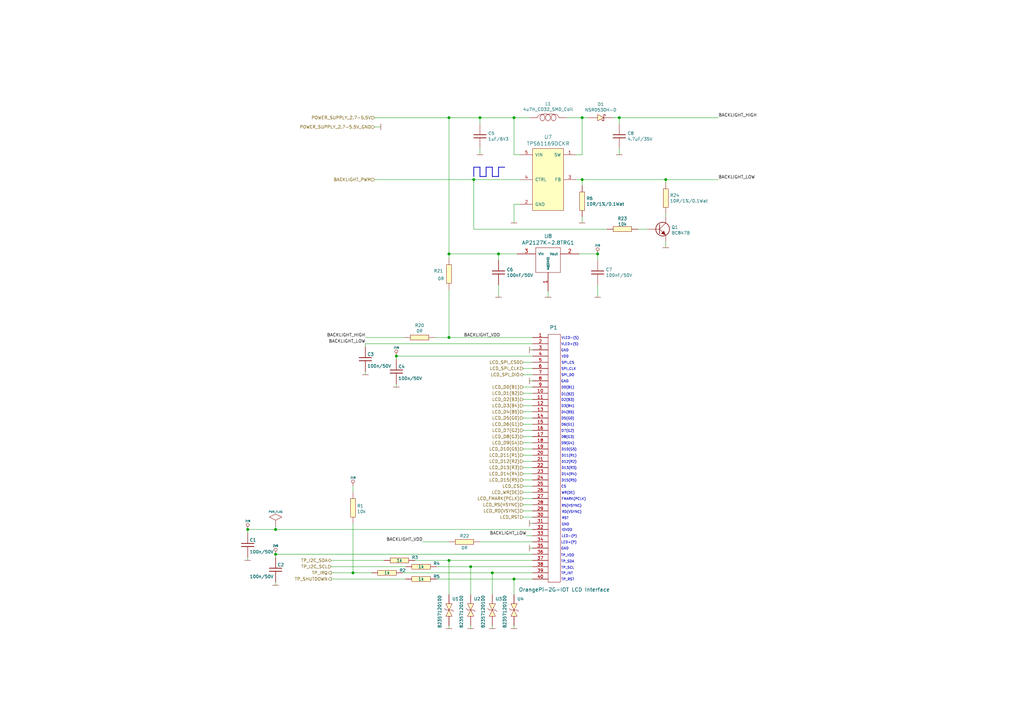
<source format=kicad_sch>
(kicad_sch (version 20210406) (generator eeschema)
  (paper "A3")
  (title_block (title "Orange Pi 2G-IOT LCD Display") (date "2021-04-14") (rev "V1.0") (company "Embedded System Labs"))
  (lib_symbols
    (symbol "Capacitors_Smd0603:100n" (pin_numbers hide) (pin_names (offset 0.254))
      (property "Reference" "C" (at 1.27 2.54 0))
      (property "Value" "100n" (at 1.27 -2.54 0))
      (symbol "100n_0_1"
        (polyline (pts (xy 2.54 -0.635) (xy -2.54 -0.635) (xy -2.54 -0.635)) (stroke (width 0.3048)))
        (polyline (pts (xy 2.54 0.635) (xy -2.54 0.635) (xy -2.54 0.635)) (stroke (width 0.3048)))
      )
      (symbol "100n_1_1"
        (pin passive line (at 0 5.08 270) (length 4.4704) (name "~") (number "1"))
        (pin passive line (at 0 -5.08 90) (length 4.4704) (name "~") (number "2"))
      )
    )
    (symbol "Capacitors_Smd0603:1uF_0603" (pin_numbers hide) (pin_names (offset 1.016) hide)
      (property "Reference" "C" (at 2.54 2.54 0))
      (property "Value" "1uF_0603" (at 6.35 -2.54 0))
      (symbol "1uF_0603_0_1"
        (polyline (pts (xy 2.54 -0.635) (xy -2.54 -0.635) (xy -2.54 -0.635)) (stroke (width 0.3048)))
        (polyline (pts (xy 2.54 0.635) (xy -2.54 0.635) (xy -2.54 0.635)) (stroke (width 0.3048)))
      )
      (symbol "1uF_0603_1_1"
        (pin passive line (at 0 5.08 270) (length 4.4704) (name "~") (number "1"))
        (pin passive line (at 0 -5.08 90) (length 4.4704) (name "~") (number "2"))
      )
    )
    (symbol "Capacitors_Smd0603:4.7uF" (pin_numbers hide) (pin_names (offset 0.254))
      (property "Reference" "C" (at 1.27 2.54 0))
      (property "Value" "4.7uF" (at 1.27 -2.54 0))
      (symbol "4.7uF_0_1"
        (polyline (pts (xy 2.54 -0.635) (xy -2.54 -0.635) (xy -2.54 -0.635)) (stroke (width 0.3048)))
        (polyline (pts (xy 2.54 0.635) (xy -2.54 0.635) (xy -2.54 0.635)) (stroke (width 0.3048)))
      )
      (symbol "4.7uF_1_1"
        (pin passive line (at 0 5.08 270) (length 4.4704) (name "~") (number "1"))
        (pin passive line (at 0 -5.08 90) (length 4.4704) (name "~") (number "2"))
      )
    )
    (symbol "Diodes:NSR0530H-D" (pin_numbers hide) (pin_names (offset 1.016) hide)
      (property "Reference" "D" (at 0 5.08 0))
      (property "Value" "NSR0530H-D" (at 0 2.54 0))
      (symbol "NSR0530H-D_1_1"
        (polyline (pts (xy -1.27 1.27) (xy -1.27 -1.27)))
        (polyline (pts (xy 1.905 0.635) (xy 1.905 1.27) (xy 1.27 1.27) (xy 1.27 -1.27) (xy 0.635 -1.27) (xy 0.635 -0.635)) (stroke (width 0.2032)))
        (polyline (pts (xy -1.27 1.27) (xy 1.27 0) (xy -1.27 -1.27)) (fill (type background)))
        (pin passive line (at 5.08 0 180) (length 3.81) (name "K") (number "1"))
        (pin passive line (at -5.08 0 0) (length 3.81) (name "A") (number "2"))
      )
    )
    (symbol "Fpc_Connectors:40pin_fpc_0_5mm" (pin_names (offset 1.016) hide)
      (property "Reference" "P" (at 1.27 -11.43 90))
      (property "Value" "40pin_fpc_0_5mm" (at 3.81 -11.43 90))
      (property "Datasheet" "Connectors/Fpc_Connectors/Components_Documentation/HTB1E.pdf" (at 2.54 38.1 0))
      (symbol "40pin_fpc_0_5mm_0_1"
        (rectangle (start 0 50.8) (end 5.08 -50.8))
      )
      (symbol "40pin_fpc_0_5mm_1_1"
        (pin passive line (at -6.35 49.53 0) (length 6.35) (name "P1") (number "1"))
        (pin passive line (at -6.35 26.67 0) (length 6.35) (name "P10") (number "10"))
        (pin passive line (at -6.35 24.13 0) (length 6.35) (name "P1") (number "11"))
        (pin passive line (at -6.35 21.59 0) (length 6.35) (name "P2") (number "12"))
        (pin passive line (at -6.35 19.05 0) (length 6.35) (name "P3") (number "13"))
        (pin passive line (at -6.35 16.51 0) (length 6.35) (name "P4") (number "14"))
        (pin passive line (at -6.35 13.97 0) (length 6.35) (name "P5") (number "15"))
        (pin passive line (at -6.35 11.43 0) (length 6.35) (name "P6") (number "16"))
        (pin passive line (at -6.35 8.89 0) (length 6.35) (name "P7") (number "17"))
        (pin passive line (at -6.35 6.35 0) (length 6.35) (name "P8") (number "18"))
        (pin passive line (at -6.35 3.81 0) (length 6.35) (name "P9") (number "19"))
        (pin passive line (at -6.35 46.99 0) (length 6.35) (name "P2") (number "2"))
        (pin passive line (at -6.35 1.27 0) (length 6.35) (name "P10") (number "20"))
        (pin passive line (at -6.35 -1.27 0) (length 6.35) (name "P1") (number "21"))
        (pin passive line (at -6.35 -3.81 0) (length 6.35) (name "P2") (number "22"))
        (pin passive line (at -6.35 -6.35 0) (length 6.35) (name "P3") (number "23"))
        (pin passive line (at -6.35 -8.89 0) (length 6.35) (name "P4") (number "24"))
        (pin passive line (at -6.35 -11.43 0) (length 6.35) (name "P5") (number "25"))
        (pin passive line (at -6.35 -13.97 0) (length 6.35) (name "P6") (number "26"))
        (pin passive line (at -6.35 -16.51 0) (length 6.35) (name "P7") (number "27"))
        (pin passive line (at -6.35 -19.05 0) (length 6.35) (name "P8") (number "28"))
        (pin passive line (at -6.35 -21.59 0) (length 6.35) (name "P9") (number "29"))
        (pin passive line (at -6.35 44.45 0) (length 6.35) (name "P3") (number "3"))
        (pin passive line (at -6.35 -24.13 0) (length 6.35) (name "P10") (number "30"))
        (pin passive line (at -6.35 -26.67 0) (length 6.35) (name "P1") (number "31"))
        (pin passive line (at -6.35 -29.21 0) (length 6.35) (name "P2") (number "32"))
        (pin passive line (at -6.35 -31.75 0) (length 6.35) (name "P3") (number "33"))
        (pin passive line (at -6.35 -34.29 0) (length 6.35) (name "P4") (number "34"))
        (pin passive line (at -6.35 -36.83 0) (length 6.35) (name "P5") (number "35"))
        (pin passive line (at -6.35 -39.37 0) (length 6.35) (name "P6") (number "36"))
        (pin passive line (at -6.35 -41.91 0) (length 6.35) (name "P7") (number "37"))
        (pin passive line (at -6.35 -44.45 0) (length 6.35) (name "P8") (number "38"))
        (pin passive line (at -6.35 -46.99 0) (length 6.35) (name "P9") (number "39"))
        (pin passive line (at -6.35 41.91 0) (length 6.35) (name "P4") (number "4"))
        (pin passive line (at -6.35 -49.53 0) (length 6.35) (name "P10") (number "40"))
        (pin passive line (at -6.35 39.37 0) (length 6.35) (name "P5") (number "5"))
        (pin passive line (at -6.35 36.83 0) (length 6.35) (name "P6") (number "6"))
        (pin passive line (at -6.35 34.29 0) (length 6.35) (name "P7") (number "7"))
        (pin passive line (at -6.35 31.75 0) (length 6.35) (name "P8") (number "8"))
        (pin passive line (at -6.35 29.21 0) (length 6.35) (name "P9") (number "9"))
      )
    )
    (symbol "Inductors:4u7H_CD32_SMD_Coil" (pin_numbers hide) (pin_names (offset 1.016) hide)
      (property "Reference" "L" (at 3.81 0 90))
      (property "Value" "4u7H_CD32_SMD_Coil" (at -2.54 0 90))
      (symbol "4u7H_CD32_SMD_Coil_1_1"
        (arc (start 1.3208 -2.413) (end 1.3208 0.127) (radius (at -2.4384 -1.143) (length 3.9624) (angles -18.7 18.7)))
        (arc (start 1.3208 -0.127) (end 1.3208 2.413) (radius (at -2.4384 1.143) (length 3.9624) (angles -18.7 18.7)))
        (arc (start -1.27 -2.032) (end -1.27 -2.54) (radius (at -0.635 -2.286) (length 0.6858) (angles 158.2 -158.2)))
        (arc (start -1.27 0.254) (end -1.27 -0.254) (radius (at -0.635 0) (length 0.6858) (angles 158.2 -158.2)))
        (arc (start -1.27 2.54) (end -1.27 2.032) (radius (at -0.635 2.286) (length 0.6858) (angles 158.2 -158.2)))
        (arc (start 1.3208 2.2098) (end 0 4.445) (radius (at -0.5334 2.6162) (length 1.905) (angles -12.4 73.7)))
        (arc (start 0 -4.445) (end 1.3208 -2.2606) (radius (at -0.3302 -2.7432) (length 1.7272) (angles -79 16.3)))
        (arc (start 1.27 -2.032) (end -1.27 -2.032) (radius (at 0 -2.667) (length 1.4224) (angles 26.6 153.4)))
        (arc (start -1.27 -2.54) (end 1.27 -2.54) (radius (at 0 -1.778) (length 1.4732) (angles -149 -31)))
        (arc (start 1.27 0.254) (end -1.27 0.254) (radius (at 0 -0.381) (length 1.4224) (angles 26.6 153.4)))
        (arc (start -1.27 -0.254) (end 1.27 -0.254) (radius (at 0 0.508) (length 1.4732) (angles -149 -31)))
        (arc (start 1.27 2.54) (end -1.27 2.54) (radius (at 0 1.905) (length 1.4224) (angles 26.6 153.4)))
        (arc (start -1.27 2.032) (end 1.27 2.032) (radius (at 0 2.794) (length 1.4732) (angles -149 -31)))
        (arc (start 1.27 -2.032) (end 1.27 -2.54) (radius (at 0.762 -2.286) (length 0.5588) (angles 26.6 -26.6)))
        (arc (start 1.27 0.254) (end 1.27 -0.254) (radius (at 0.762 0) (length 0.5588) (angles 26.6 -26.6)))
        (arc (start 1.27 2.54) (end 1.27 2.032) (radius (at 0.762 2.286) (length 0.5588) (angles 26.6 -26.6)))
        (polyline (pts (xy 0 -5.08) (xy 0 -4.445)))
        (polyline (pts (xy 0 4.445) (xy 0 5.08)))
        (pin passive line (at 0 7.62 270) (length 2.54) (name "~") (number "1"))
        (pin passive line (at 0 -7.62 90) (length 2.54) (name "~") (number "2"))
      )
    )
    (symbol "Lcd_Backlight_Drivers:TPS61169DCKR" (pin_names (offset 1.016))
      (property "Reference" "U" (at 0 17.78 0))
      (property "Value" "TPS61169DCKR" (at 0 15.24 0))
      (symbol "TPS61169DCKR_0_1"
        (rectangle (start -6.35 12.7) (end 6.35 -12.7) (fill (type background)))
      )
      (symbol "TPS61169DCKR_1_1"
        (pin output line (at 11.43 10.16 180) (length 5.08) (name "SW") (number "1"))
        (pin power_in line (at -11.43 -10.16 0) (length 5.08) (name "GND") (number "2"))
        (pin input line (at 11.43 0 180) (length 5.08) (name "FB") (number "3"))
        (pin input line (at -11.43 0 0) (length 5.08) (name "CTRL") (number "4"))
        (pin power_in line (at -11.43 10.16 0) (length 5.08) (name "VIN") (number "5"))
      )
    )
    (symbol "Linear_Regulators:AP2127K-2.8TRG1" (pin_names (offset 1.016))
      (property "Reference" "U" (at 0 6.35 0))
      (property "Value" "AP2127K-2.8TRG1" (at 0 8.89 0))
      (symbol "AP2127K-2.8TRG1_0_1"
        (rectangle (start -5.08 5.08) (end 5.08 -5.08))
      )
      (symbol "AP2127K-2.8TRG1_1_1"
        (pin passive line (at 0 -12.7 90) (length 7.62) (name "Adj(GND)") (number "1"))
        (pin passive line (at 12.7 2.54 180) (length 7.62) (name "Vout") (number "2"))
        (pin passive line (at -12.7 2.54 0) (length 7.62) (name "Vin") (number "3"))
      )
    )
    (symbol "Resistors_Smd0603:0R" (pin_numbers hide) (pin_names (offset 0))
      (property "Reference" "R" (at 2.032 0 90))
      (property "Value" "0R" (at -2.54 0 90))
      (symbol "0R_0_1"
        (rectangle (start -1.016 3.81) (end 1.016 -3.81) (fill (type background)))
      )
      (symbol "0R_1_1"
        (pin passive line (at 0 6.35 270) (length 2.54) (name "~") (number "1"))
        (pin passive line (at 0 -6.35 90) (length 2.54) (name "~") (number "2"))
      )
    )
    (symbol "Resistors_Smd0603:10R_1%" (pin_numbers hide) (pin_names (offset 1.016) hide)
      (property "Reference" "R" (at 2.54 0 90))
      (property "Value" "10R_1%" (at -2.54 0 90))
      (symbol "10R_1%_1_1"
        (rectangle (start -1.016 3.81) (end 1.016 -3.81) (fill (type background)))
        (pin passive line (at 0 6.35 270) (length 2.54) (name "~") (number "1"))
        (pin passive line (at 0 -6.35 90) (length 2.54) (name "~") (number "2"))
      )
    )
    (symbol "Resistors_Smd0603:10k" (pin_numbers hide) (pin_names (offset 0))
      (property "Reference" "R" (at 2.032 0 90))
      (property "Value" "10k" (at -2.54 0 90))
      (symbol "10k_0_1"
        (rectangle (start -1.016 3.81) (end 1.016 -3.81) (fill (type background)))
      )
      (symbol "10k_1_1"
        (pin passive line (at 0 6.35 270) (length 2.54) (name "~") (number "1"))
        (pin passive line (at 0 -6.35 90) (length 2.54) (name "~") (number "2"))
      )
    )
    (symbol "Resistors_Smd0603:1k_0603" (pin_numbers hide) (pin_names (offset 0))
      (property "Reference" "R" (at 2.032 0 90))
      (property "Value" "1k_0603" (at -2.54 0 90))
      (symbol "1k_0603_0_1"
        (rectangle (start -1.016 3.81) (end 1.016 -3.81) (fill (type background)))
      )
      (symbol "1k_0603_1_1"
        (pin passive line (at 0 6.35 270) (length 2.54) (name "~") (number "1"))
        (pin passive line (at 0 -6.35 90) (length 2.54) (name "~") (number "2"))
      )
    )
    (symbol "Transistor_Bipolar:BC847B" (pin_numbers hide) (pin_names (offset 0) hide)
      (property "Reference" "Q" (at 7.62 2.54 0))
      (property "Value" "BC847B" (at 11.43 -2.54 0))
      (symbol "BC847B_0_1"
        (circle (center 1.27 0) (radius 2.8194) (stroke (width 0.254)))
        (polyline (pts (xy 0 0) (xy 2.54 2.54)))
        (polyline (pts (xy 0 1.905) (xy 0 -1.905) (xy 0 -1.905)) (stroke (width 0.254)))
        (polyline (pts (xy 1.27 -1.27) (xy 0 0) (xy 0 0)))
        (polyline (pts (xy 2.286 -2.286) (xy 2.54 -2.54) (xy 2.54 -2.54)))
        (polyline (pts (xy 2.286 -2.286) (xy 1.778 -0.762) (xy 0.762 -1.778) (xy 2.286 -2.286) (xy 2.286 -2.286)) (fill (type outline)))
      )
      (symbol "BC847B_1_1"
        (pin input line (at -5.08 0 0) (length 5.08) (name "B") (number "1"))
        (pin passive line (at 2.54 -5.08 90) (length 2.54) (name "E") (number "2"))
        (pin passive line (at 2.54 5.08 270) (length 2.54) (name "C") (number "3"))
      )
    )
    (symbol "esd_protectors:82357120100" (pin_numbers hide) (pin_names (offset 1.016) hide)
      (property "Reference" "D" (at 0 -3.81 0))
      (property "Value" "82357120100" (at 0 3.81 0))
      (symbol "82357120100_1_1"
        (polyline (pts (xy -2.54 1.27) (xy -2.54 -1.27)))
        (polyline (pts (xy 0 -1.27) (xy -0.635 -1.905)))
        (polyline (pts (xy 0 1.27) (xy 0 -1.27)) (stroke (width 0.1524)))
        (polyline (pts (xy 0 1.27) (xy 0.635 1.905)))
        (polyline (pts (xy 2.54 1.27) (xy 2.54 -1.27)))
        (polyline (pts (xy -2.54 1.27) (xy 0 0) (xy -2.54 -1.27)) (fill (type background)))
        (polyline (pts (xy 2.54 1.27) (xy 0 0) (xy 2.54 -1.27)) (fill (type background)))
        (pin passive line (at -6.35 0 0) (length 3.81) (name "A") (number "1"))
        (pin passive line (at 6.35 0 180) (length 3.81) (name "K") (number "2"))
      )
    )
    (symbol "power:2V8" (power) (pin_names (offset 0))
      (property "Value" "2V8" (at 0 3.81 0))
      (symbol "2V8_0_0"
        (pin power_in line (at 0 0 90) (length 0) hide (name "2V8") (number "1"))
      )
      (symbol "2V8_0_1"
        (circle (center 0 1.905) (radius 0.635))
        (polyline (pts (xy 0 1.27) (xy 0 0)))
      )
    )
    (symbol "power:GND" (power) (pin_names (offset 0))
      (symbol "GND_0_1"
        (polyline (pts (xy -1.27 0) (xy 1.27 0)))
      )
      (symbol "GND_1_1"
        (pin power_in line (at 0 0 180) (length 0) hide (name "GND") (number "1"))
      )
    )
    (symbol "power:PWR_FLAG" (power) (pin_numbers hide) (pin_names (offset 0) hide)
      (property "Value" "PWR_FLAG" (at 0 5.842 0))
      (symbol "PWR_FLAG_0_0"
        (pin power_out line (at 0 0 90) (length 0) (name "pwr") (number "1"))
      )
      (symbol "PWR_FLAG_0_1"
        (polyline (pts (xy 0 0) (xy 0 2.54) (xy 0 2.54)))
        (polyline (pts (xy 0 2.54) (xy -2.54 3.81) (xy 0 5.08) (xy 2.54 3.81) (xy 0 2.54)))
      )
    )
  )
  (junction (at 101.6 217.17) (diameter 1.016))
  (junction (at 113.03 217.17) (diameter 1.016))
  (junction (at 113.03 227.33) (diameter 1.016))
  (junction (at 144.78 234.95) (diameter 1.016))
  (junction (at 162.56 146.05) (diameter 1.016))
  (junction (at 184.15 48.26) (diameter 1.016))
  (junction (at 184.15 104.14) (diameter 1.016))
  (junction (at 184.15 138.43) (diameter 1.016))
  (junction (at 184.15 229.87) (diameter 1.016))
  (junction (at 193.04 232.41) (diameter 1.016))
  (junction (at 194.31 73.66) (diameter 1.016))
  (junction (at 196.85 48.26) (diameter 1.016))
  (junction (at 201.93 234.95) (diameter 1.016))
  (junction (at 204.47 104.14) (diameter 1.016))
  (junction (at 210.82 48.26) (diameter 1.016))
  (junction (at 210.82 237.49) (diameter 1.016))
  (junction (at 238.76 48.26) (diameter 1.016))
  (junction (at 238.76 73.66) (diameter 1.016))
  (junction (at 245.11 104.14) (diameter 1.016))
  (junction (at 254 48.26) (diameter 1.016))
  (junction (at 273.05 73.66) (diameter 1.016))
  (wire (pts (xy 101.6 217.17) (xy 101.6 218.44)))
  (wire (pts (xy 101.6 217.17) (xy 113.03 217.17)))
  (wire (pts (xy 101.6 228.6) (xy 101.6 229.87)))
  (wire (pts (xy 113.03 215.9) (xy 113.03 217.17)))
  (wire (pts (xy 113.03 217.17) (xy 218.44 217.17)))
  (wire (pts (xy 113.03 227.33) (xy 113.03 228.6)))
  (wire (pts (xy 113.03 227.33) (xy 218.44 227.33)))
  (wire (pts (xy 113.03 238.76) (xy 113.03 240.03)))
  (wire (pts (xy 135.89 229.87) (xy 157.48 229.87)))
  (wire (pts (xy 135.89 232.41) (xy 166.37 232.41)))
  (wire (pts (xy 135.89 234.95) (xy 144.78 234.95)))
  (wire (pts (xy 135.89 237.49) (xy 166.37 237.49)))
  (wire (pts (xy 144.78 199.39) (xy 144.78 201.93)))
  (wire (pts (xy 144.78 214.63) (xy 144.78 234.95)))
  (wire (pts (xy 144.78 234.95) (xy 152.4 234.95)))
  (wire (pts (xy 149.86 138.43) (xy 165.735 138.43)))
  (wire (pts (xy 149.86 140.97) (xy 149.86 142.24)))
  (wire (pts (xy 149.86 140.97) (xy 218.44 140.97)))
  (wire (pts (xy 149.86 152.4) (xy 149.86 153.67)))
  (wire (pts (xy 153.67 52.07) (xy 156.21 52.07)))
  (wire (pts (xy 162.56 146.05) (xy 162.56 147.32)))
  (wire (pts (xy 162.56 146.05) (xy 218.44 146.05)))
  (wire (pts (xy 162.56 157.48) (xy 162.56 158.75)))
  (wire (pts (xy 165.1 234.95) (xy 201.93 234.95)))
  (wire (pts (xy 170.18 229.87) (xy 184.15 229.87)))
  (wire (pts (xy 173.355 222.25) (xy 184.15 222.25)))
  (wire (pts (xy 178.435 138.43) (xy 184.15 138.43)))
  (wire (pts (xy 179.07 232.41) (xy 193.04 232.41)))
  (wire (pts (xy 179.07 237.49) (xy 210.82 237.49)))
  (wire (pts (xy 184.15 48.26) (xy 153.67 48.26)))
  (wire (pts (xy 184.15 104.14) (xy 184.15 48.26)))
  (wire (pts (xy 184.15 104.14) (xy 184.15 106.045)))
  (wire (pts (xy 184.15 104.14) (xy 204.47 104.14)))
  (wire (pts (xy 184.15 118.745) (xy 184.15 138.43)))
  (wire (pts (xy 184.15 138.43) (xy 218.44 138.43)))
  (wire (pts (xy 184.15 229.87) (xy 184.15 243.84)))
  (wire (pts (xy 184.15 229.87) (xy 218.44 229.87)))
  (wire (pts (xy 184.15 256.54) (xy 184.15 257.81)))
  (wire (pts (xy 193.04 232.41) (xy 193.04 243.84)))
  (wire (pts (xy 193.04 232.41) (xy 218.44 232.41)))
  (wire (pts (xy 193.04 256.54) (xy 193.04 257.81)))
  (wire (pts (xy 194.31 73.66) (xy 153.67 73.66)))
  (wire (pts (xy 194.31 73.66) (xy 194.31 93.98)))
  (wire (pts (xy 196.85 48.26) (xy 184.15 48.26)))
  (wire (pts (xy 196.85 48.26) (xy 196.85 50.8)))
  (wire (pts (xy 196.85 60.96) (xy 196.85 63.5)))
  (wire (pts (xy 196.85 222.25) (xy 218.44 222.25)))
  (wire (pts (xy 201.93 234.95) (xy 201.93 243.84)))
  (wire (pts (xy 201.93 234.95) (xy 218.44 234.95)))
  (wire (pts (xy 201.93 256.54) (xy 201.93 257.81)))
  (wire (pts (xy 204.47 104.14) (xy 204.47 106.68)))
  (wire (pts (xy 204.47 116.84) (xy 204.47 121.92)))
  (wire (pts (xy 210.82 48.26) (xy 196.85 48.26)))
  (wire (pts (xy 210.82 63.5) (xy 210.82 48.26)))
  (wire (pts (xy 210.82 83.82) (xy 210.82 91.44)))
  (wire (pts (xy 210.82 237.49) (xy 210.82 243.84)))
  (wire (pts (xy 210.82 237.49) (xy 218.44 237.49)))
  (wire (pts (xy 210.82 256.54) (xy 210.82 257.81)))
  (wire (pts (xy 212.09 104.14) (xy 204.47 104.14)))
  (wire (pts (xy 213.36 63.5) (xy 210.82 63.5)))
  (wire (pts (xy 213.36 73.66) (xy 194.31 73.66)))
  (wire (pts (xy 213.36 83.82) (xy 210.82 83.82)))
  (wire (pts (xy 214.63 148.59) (xy 218.44 148.59)))
  (wire (pts (xy 214.63 151.13) (xy 218.44 151.13)))
  (wire (pts (xy 214.63 153.67) (xy 218.44 153.67)))
  (wire (pts (xy 214.63 158.75) (xy 218.44 158.75)))
  (wire (pts (xy 214.63 161.29) (xy 218.44 161.29)))
  (wire (pts (xy 214.63 163.83) (xy 218.44 163.83)))
  (wire (pts (xy 214.63 166.37) (xy 218.44 166.37)))
  (wire (pts (xy 214.63 168.91) (xy 218.44 168.91)))
  (wire (pts (xy 214.63 171.45) (xy 218.44 171.45)))
  (wire (pts (xy 214.63 173.99) (xy 218.44 173.99)))
  (wire (pts (xy 214.63 176.53) (xy 218.44 176.53)))
  (wire (pts (xy 214.63 179.07) (xy 218.44 179.07)))
  (wire (pts (xy 214.63 181.61) (xy 218.44 181.61)))
  (wire (pts (xy 214.63 184.15) (xy 218.44 184.15)))
  (wire (pts (xy 214.63 186.69) (xy 218.44 186.69)))
  (wire (pts (xy 214.63 189.23) (xy 218.44 189.23)))
  (wire (pts (xy 214.63 191.77) (xy 218.44 191.77)))
  (wire (pts (xy 214.63 194.31) (xy 218.44 194.31)))
  (wire (pts (xy 214.63 196.85) (xy 218.44 196.85)))
  (wire (pts (xy 214.63 199.39) (xy 218.44 199.39)))
  (wire (pts (xy 214.63 201.93) (xy 218.44 201.93)))
  (wire (pts (xy 214.63 204.47) (xy 218.44 204.47)))
  (wire (pts (xy 214.63 207.01) (xy 218.44 207.01)))
  (wire (pts (xy 214.63 209.55) (xy 218.44 209.55)))
  (wire (pts (xy 214.63 212.09) (xy 218.44 212.09)))
  (wire (pts (xy 217.17 48.26) (xy 210.82 48.26)))
  (wire (pts (xy 218.44 143.51) (xy 217.17 143.51)))
  (wire (pts (xy 218.44 156.21) (xy 217.17 156.21)))
  (wire (pts (xy 218.44 214.63) (xy 217.17 214.63)))
  (wire (pts (xy 218.44 219.71) (xy 215.9 219.71)))
  (wire (pts (xy 218.44 224.79) (xy 217.17 224.79)))
  (wire (pts (xy 224.79 119.38) (xy 224.79 121.92)))
  (wire (pts (xy 236.22 63.5) (xy 238.76 63.5)))
  (wire (pts (xy 236.22 73.66) (xy 238.76 73.66)))
  (wire (pts (xy 237.49 104.14) (xy 245.11 104.14)))
  (wire (pts (xy 238.76 48.26) (xy 232.41 48.26)))
  (wire (pts (xy 238.76 48.26) (xy 241.3 48.26)))
  (wire (pts (xy 238.76 63.5) (xy 238.76 48.26)))
  (wire (pts (xy 238.76 73.66) (xy 238.76 76.2)))
  (wire (pts (xy 238.76 73.66) (xy 273.05 73.66)))
  (wire (pts (xy 238.76 88.9) (xy 238.76 91.44)))
  (wire (pts (xy 245.11 104.14) (xy 245.11 106.68)))
  (wire (pts (xy 245.11 116.84) (xy 245.11 121.92)))
  (wire (pts (xy 248.92 93.98) (xy 194.31 93.98)))
  (wire (pts (xy 251.46 48.26) (xy 254 48.26)))
  (wire (pts (xy 254 48.26) (xy 254 50.8)))
  (wire (pts (xy 254 48.26) (xy 294.64 48.26)))
  (wire (pts (xy 254 60.96) (xy 254 63.5)))
  (wire (pts (xy 261.62 93.98) (xy 265.43 93.98)))
  (wire (pts (xy 273.05 73.66) (xy 273.05 74.93)))
  (wire (pts (xy 273.05 73.66) (xy 294.64 73.66)))
  (wire (pts (xy 273.05 87.63) (xy 273.05 88.9)))
  (wire (pts (xy 273.05 99.06) (xy 273.05 101.6)))
  (polyline (pts (xy 194.31 68.58) (xy 196.85 68.58)) (stroke (width 0.3048) (type solid)))
  (polyline (pts (xy 194.31 72.39) (xy 194.31 68.58)) (stroke (width 0.3048) (type solid)))
  (polyline (pts (xy 196.85 68.58) (xy 196.85 72.39)) (stroke (width 0.3048) (type solid)))
  (polyline (pts (xy 196.85 72.39) (xy 199.39 72.39)) (stroke (width 0.3048) (type solid)))
  (polyline (pts (xy 199.39 68.58) (xy 201.93 68.58)) (stroke (width 0.3048) (type solid)))
  (polyline (pts (xy 199.39 72.39) (xy 199.39 68.58)) (stroke (width 0.3048) (type solid)))
  (polyline (pts (xy 201.93 68.58) (xy 201.93 72.39)) (stroke (width 0.3048) (type solid)))
  (polyline (pts (xy 201.93 72.39) (xy 204.47 72.39)) (stroke (width 0.3048) (type solid)))
  (polyline (pts (xy 204.47 68.58) (xy 207.01 68.58)) (stroke (width 0.3048) (type solid)))
  (polyline (pts (xy 204.47 72.39) (xy 204.47 68.58)) (stroke (width 0.3048) (type solid)))
  (text "CS" (at 232.283 200.279 180) (effects (font (size 1 1)) (justify right bottom)))
  (text "GND" (at 233.299 144.399 180) (effects (font (size 1 1)) (justify right bottom)))
  (text "VDD" (at 233.299 146.939 180) (effects (font (size 1 1)) (justify right bottom)))
  (text "GND" (at 233.299 157.099 180) (effects (font (size 1 1)) (justify right bottom)))
  (text "RST" (at 233.299 213.233 180) (effects (font (size 1 1)) (justify right bottom)))
  (text "GND" (at 233.299 225.679 180) (effects (font (size 1 1)) (justify right bottom)))
  (text "GND" (at 233.553 215.773 180) (effects (font (size 1 1)) (justify right bottom)))
  (text "IOVDD" (at 234.823 218.059 180) (effects (font (size 1 1)) (justify right bottom)))
  (text "TP_INT" (at 235.077 235.839 180) (effects (font (size 1 1)) (justify right bottom)))
  (text "SPI_CS" (at 235.585 149.479 180) (effects (font (size 1 1)) (justify right bottom)))
  (text "SPI_DO" (at 235.585 154.559 180) (effects (font (size 1 1)) (justify right bottom)))
  (text "D0(B1)" (at 235.585 159.639 180) (effects (font (size 1 1)) (justify right bottom)))
  (text "D1(B2)" (at 235.585 162.433 180) (effects (font (size 1 1)) (justify right bottom)))
  (text "D2(B3)" (at 235.585 164.719 180) (effects (font (size 1 1)) (justify right bottom)))
  (text "D3(B4)" (at 235.585 167.259 180) (effects (font (size 1 1)) (justify right bottom)))
  (text "D4(B5)" (at 235.585 169.799 180) (effects (font (size 1 1)) (justify right bottom)))
  (text "D5(G0)" (at 235.585 172.339 180) (effects (font (size 1 1)) (justify right bottom)))
  (text "D6(G1)" (at 235.585 174.879 180) (effects (font (size 1 1)) (justify right bottom)))
  (text "D7(G2)" (at 235.585 177.419 180) (effects (font (size 1 1)) (justify right bottom)))
  (text "D8(G3)" (at 235.585 179.959 180) (effects (font (size 1 1)) (justify right bottom)))
  (text "D9(G4)" (at 235.585 182.499 180) (effects (font (size 1 1)) (justify right bottom)))
  (text "TP_VDD" (at 235.585 228.473 180) (effects (font (size 1 1)) (justify right bottom)))
  (text "TP_SDA" (at 235.585 231.013 180) (effects (font (size 1 1)) (justify right bottom)))
  (text "TP_SCL" (at 235.585 233.553 180) (effects (font (size 1 1)) (justify right bottom)))
  (text "TP_RST" (at 235.585 238.379 180) (effects (font (size 1 1)) (justify right bottom)))
  (text "WR(DE)" (at 235.839 202.819 180) (effects (font (size 1 1)) (justify right bottom)))
  (text "SPI_CLK" (at 236.347 152.019 180) (effects (font (size 1 1)) (justify right bottom)))
  (text "D10(G5)" (at 236.601 185.039 180) (effects (font (size 1 1)) (justify right bottom)))
  (text "D11(R1)" (at 236.601 187.579 180) (effects (font (size 1 1)) (justify right bottom)))
  (text "D12(R2)" (at 236.601 190.119 180) (effects (font (size 1 1)) (justify right bottom)))
  (text "D13(R3)" (at 236.601 192.659 180) (effects (font (size 1 1)) (justify right bottom)))
  (text "D14(R4)" (at 236.601 195.199 180) (effects (font (size 1 1)) (justify right bottom)))
  (text "D15(R5)" (at 236.601 197.739 180) (effects (font (size 1 1)) (justify right bottom)))
  (text "LED+(P)" (at 236.601 223.139 180) (effects (font (size 1 1)) (justify right bottom)))
  (text "LED-(P)" (at 236.728 220.599 180) (effects (font (size 1 1)) (justify right bottom)))
  (text "VLED+(S)" (at 237.363 141.859 180) (effects (font (size 1 1)) (justify right bottom)))
  (text "VLED-(S)" (at 237.49 139.319 180) (effects (font (size 1 1)) (justify right bottom)))
  (text "RS(HSYNC)" (at 238.633 208.153 180) (effects (font (size 1 1)) (justify right bottom)))
  (text "RD(VSYNC)" (at 238.633 210.693 180) (effects (font (size 1 1)) (justify right bottom)))
  (text "FMARK(PCLK)" (at 240.411 205.359 180) (effects (font (size 1 1)) (justify right bottom)))
  (label "BACKLIGHT_HIGH" (at 149.86 138.43 180))
  (label "BACKLIGHT_LOW" (at 149.86 140.97 180))
  (label "BACKLIGHT_VDD" (at 173.355 222.25 180))
  (label "BACKLIGHT_VDD" (at 205.105 138.43 180))
  (label "BACKLIGHT_LOW" (at 215.9 219.71 180))
  (label "BACKLIGHT_HIGH" (at 294.64 48.26 0))
  (label "BACKLIGHT_LOW" (at 294.64 73.66 0))
  (hierarchical_label "TP_I2C_SDA" (shape bidirectional) (at 135.89 229.87 180))
  (hierarchical_label "TP_I2C_SCL" (shape input) (at 135.89 232.41 180))
  (hierarchical_label "TP_IRQ" (shape output) (at 135.89 234.95 180))
  (hierarchical_label "TP_SHUTDOWN" (shape output) (at 135.89 237.49 180))
  (hierarchical_label "POWER_SUPPLY_2.7-5.5V" (shape input) (at 153.67 48.26 180))
  (hierarchical_label "POWER_SUPPLY_2.7-5.5V_GND" (shape input) (at 153.67 52.07 180))
  (hierarchical_label "BACKLIGHT_PWM" (shape input) (at 153.67 73.66 180))
  (hierarchical_label "LCD_SPI_CS0" (shape input) (at 214.63 148.59 180))
  (hierarchical_label "LCD_SPI_CLK" (shape input) (at 214.63 151.13 180))
  (hierarchical_label "LCD_SPI_DIO" (shape bidirectional) (at 214.63 153.67 180))
  (hierarchical_label "LCD_D0(B1)" (shape input) (at 214.63 158.75 180))
  (hierarchical_label "LCD_D1(B2)" (shape input) (at 214.63 161.29 180))
  (hierarchical_label "LCD_D2(B3)" (shape input) (at 214.63 163.83 180))
  (hierarchical_label "LCD_D3(B4)" (shape input) (at 214.63 166.37 180))
  (hierarchical_label "LCD_D4(B5)" (shape input) (at 214.63 168.91 180))
  (hierarchical_label "LCD_D5(G0)" (shape input) (at 214.63 171.45 180))
  (hierarchical_label "LCD_D6(G1)" (shape input) (at 214.63 173.99 180))
  (hierarchical_label "LCD_D7(G2)" (shape input) (at 214.63 176.53 180))
  (hierarchical_label "LCD_D8(G3)" (shape input) (at 214.63 179.07 180))
  (hierarchical_label "LCD_D9(G4)" (shape input) (at 214.63 181.61 180))
  (hierarchical_label "LCD_D10(G5)" (shape input) (at 214.63 184.15 180))
  (hierarchical_label "LCD_D11(R1)" (shape input) (at 214.63 186.69 180))
  (hierarchical_label "LCD_D12(R2)" (shape input) (at 214.63 189.23 180))
  (hierarchical_label "LCD_D13(R3)" (shape input) (at 214.63 191.77 180))
  (hierarchical_label "LCD_D14(R4)" (shape input) (at 214.63 194.31 180))
  (hierarchical_label "LCD_D15(R5)" (shape input) (at 214.63 196.85 180))
  (hierarchical_label "LCD_CS" (shape input) (at 214.63 199.39 180))
  (hierarchical_label "LCD_WR(DE)" (shape input) (at 214.63 201.93 180))
  (hierarchical_label "LCD_FMARK(PCLK)" (shape input) (at 214.63 204.47 180))
  (hierarchical_label "LCD_RS(HSYNC)" (shape input) (at 214.63 207.01 180))
  (hierarchical_label "LCD_RD(VSYNC)" (shape input) (at 214.63 209.55 180))
  (hierarchical_label "LCD_RST" (shape input) (at 214.63 212.09 180))
  (symbol (lib_id "power:GND") (at 101.6 229.87 0) (unit 1)
    (property "Reference" "#PWR0125" (effects hide))
    (property "Value" "GND" (effects hide))
  )
  (symbol (lib_id "power:GND") (at 113.03 240.03 0) (unit 1)
    (property "Reference" "#PWR0127" (effects hide))
    (property "Value" "GND" (effects hide))
  )
  (symbol (lib_id "power:GND") (at 149.86 153.67 0) (unit 1)
    (property "Reference" "#PWR0119" (effects hide))
    (property "Value" "GND" (effects hide))
  )
  (symbol (lib_id "power:GND") (at 156.21 52.07 90) (unit 1)
    (property "Reference" "#PWR0135" (effects hide))
    (property "Value" "GND" (effects hide))
  )
  (symbol (lib_id "power:GND") (at 162.56 158.75 0) (unit 1)
    (property "Reference" "#PWR0116" (effects hide))
    (property "Value" "GND" (effects hide))
  )
  (symbol (lib_id "power:GND") (at 184.15 257.81 0) (unit 1)
    (property "Reference" "#PWR0113" (effects hide))
    (property "Value" "GND" (effects hide))
  )
  (symbol (lib_id "power:GND") (at 193.04 257.81 0) (unit 1)
    (property "Reference" "#PWR0114" (effects hide))
    (property "Value" "GND" (effects hide))
  )
  (symbol (lib_id "power:GND") (at 196.85 63.5 0) (unit 1)
    (property "Reference" "#PWR0133" (effects hide))
    (property "Value" "GND" (effects hide))
  )
  (symbol (lib_id "power:GND") (at 201.93 257.81 0) (unit 1)
    (property "Reference" "#PWR0112" (effects hide))
    (property "Value" "GND" (effects hide))
  )
  (symbol (lib_id "power:GND") (at 204.47 121.92 0) (unit 1)
    (property "Reference" "#PWR0118" (effects hide))
    (property "Value" "GND" (effects hide))
  )
  (symbol (lib_id "power:GND") (at 210.82 91.44 0) (unit 1)
    (property "Reference" "#PWR0132" (effects hide))
    (property "Value" "GND" (effects hide))
  )
  (symbol (lib_id "power:GND") (at 210.82 257.81 0) (unit 1)
    (property "Reference" "#PWR0111" (effects hide))
    (property "Value" "GND" (effects hide))
  )
  (symbol (lib_id "power:GND") (at 217.17 143.51 270) (unit 1)
    (property "Reference" "#PWR0136" (effects hide))
    (property "Value" "GND" (effects hide))
  )
  (symbol (lib_id "power:GND") (at 217.17 156.21 270) (unit 1)
    (property "Reference" "#PWR0137" (effects hide))
    (property "Value" "GND" (effects hide))
  )
  (symbol (lib_id "power:GND") (at 217.17 214.63 270) (unit 1)
    (property "Reference" "#PWR0140" (effects hide))
    (property "Value" "GND" (effects hide))
  )
  (symbol (lib_id "power:GND") (at 217.17 224.79 270) (unit 1)
    (property "Reference" "#PWR0129" (effects hide))
    (property "Value" "GND" (effects hide))
  )
  (symbol (lib_id "power:GND") (at 224.79 121.92 0) (unit 1)
    (property "Reference" "#PWR0138" (effects hide))
    (property "Value" "GND" (effects hide))
  )
  (symbol (lib_id "power:GND") (at 238.76 91.44 0) (unit 1)
    (property "Reference" "#PWR0130" (effects hide))
    (property "Value" "GND" (effects hide))
  )
  (symbol (lib_id "power:GND") (at 245.11 121.92 0) (unit 1)
    (property "Reference" "#PWR0139" (effects hide))
    (property "Value" "GND" (effects hide))
  )
  (symbol (lib_id "power:GND") (at 254 63.5 0) (unit 1)
    (property "Reference" "#PWR0134" (effects hide))
    (property "Value" "GND" (effects hide))
  )
  (symbol (lib_id "power:GND") (at 273.05 101.6 0) (unit 1)
    (property "Reference" "#PWR0149" (effects hide))
    (property "Value" "GND" (effects hide))
  )
  (symbol (lib_id "power:2V8") (at 101.6 217.17 0) (unit 1)
    (property "Reference" "#PWR0126" (effects hide))
    (property "Value" "2V8" (at 101.6 213.7207 0) (effects (font (size 0.762 0.762))))
  )
  (symbol (lib_id "power:2V8") (at 113.03 227.33 0) (unit 1)
    (property "Reference" "#PWR0128" (effects hide))
    (property "Value" "2V8" (at 113.03 223.8807 0) (effects (font (size 0.762 0.762))))
  )
  (symbol (lib_id "power:2V8") (at 144.78 199.39 0) (unit 1)
    (property "Reference" "#PWR0142" (effects hide))
    (property "Value" "2V8" (at 144.78 195.9407 0) (effects (font (size 0.762 0.762))))
  )
  (symbol (lib_id "power:2V8") (at 162.56 146.05 0) (unit 1)
    (property "Reference" "#PWR0115" (effects hide))
    (property "Value" "2V8" (at 162.56 142.6007 0) (effects (font (size 0.762 0.762))))
  )
  (symbol (lib_id "power:2V8") (at 245.11 104.14 0) (unit 1)
    (property "Reference" "#PWR0131" (effects hide))
    (property "Value" "2V8" (at 245.11 100.6907 0) (effects (font (size 0.762 0.762))))
  )
  (symbol (lib_id "Resistors_Smd0603:10k") (at 144.78 208.28 0) (unit 1)
    (property "Reference" "R1" (at 146.4311 207.5191 0) (effects (justify left)))
    (property "Value" "10k" (at 146.4311 209.8178 0) (effects (justify left)))
    (property "Footprint" "Resistor_Smd_0603:10k_0603" (effects hide))
    (property "Datasheet" "Resistors/Smd_0603/Components_Documentation/Vishay_Resistors_SM0603.pdf" (effects hide))
    (property "Manufacturer" "ROYAL OHM" (effects hide))
    (property "Manufacturer Part Number" "0603SAJ0103T5E" (effects hide))
    (property "Supplier" "TME" (effects hide))
    (property "Supplier Part Number" "SMD0603-10K" (effects hide))
    (property "URL" "https://www.tme.eu/pl/details/smd0603-10k/rezystory-smd-0603/royal-ohm/0603saj0103t5e/" (effects hide))
    (property "Price@1pc" "0,04560" (effects hide))
    (property "Price@1000pcs" "0,01111" (effects hide))
    (property "Developer" "MW" (effects hide))
    (property "Package" "0603" (effects hide))
  )
  (symbol (lib_id "Resistors_Smd0603:1k_0603") (at 158.75 234.95 90) (unit 1)
    (property "Reference" "R2" (at 165.1 233.9298 90))
    (property "Value" "1k" (at 158.75 234.9585 90))
    (property "Footprint" "Resistor_Smd_0603:1k_0603" (effects hide))
    (property "Datasheet" "Resistors/Smd_0603/Components_Documentation/Vishay_Resistors_SM0603.pdf" (effects hide))
    (property "Manufacturer" "ROYAL OHM" (effects hide))
    (property "Manufacturer Part Number" "0603SAF1001T5E" (effects hide))
    (property "Supplier" "TME" (effects hide))
    (property "Supplier Part Number" "SMD0603-1K-1%" (effects hide))
    (property "URL" "https://www.tme.eu/pl/details/smd0603-1k-1%2525/rezystory-smd-0603/royal-ohm/0603saf1001t5e/" (effects hide))
    (property "Price@1pc" "0,04693" (effects hide))
    (property "Price@1000pcs" "0,01269" (effects hide))
    (property "Package" "0603" (effects hide))
  )
  (symbol (lib_id "Resistors_Smd0603:1k_0603") (at 163.83 229.87 90) (unit 1)
    (property "Reference" "R3" (at 170.18 228.5958 90))
    (property "Value" "1k" (at 163.83 229.8785 90))
    (property "Footprint" "Resistor_Smd_0603:1k_0603" (effects hide))
    (property "Datasheet" "Resistors/Smd_0603/Components_Documentation/Vishay_Resistors_SM0603.pdf" (effects hide))
    (property "Manufacturer" "ROYAL OHM" (effects hide))
    (property "Manufacturer Part Number" "0603SAF1001T5E" (effects hide))
    (property "Supplier" "TME" (effects hide))
    (property "Supplier Part Number" "SMD0603-1K-1%" (effects hide))
    (property "URL" "https://www.tme.eu/pl/details/smd0603-1k-1%2525/rezystory-smd-0603/royal-ohm/0603saf1001t5e/" (effects hide))
    (property "Price@1pc" "0,04693" (effects hide))
    (property "Price@1000pcs" "0,01269" (effects hide))
    (property "Package" "0603" (effects hide))
  )
  (symbol (lib_id "Resistors_Smd0603:0R") (at 172.085 138.43 90) (unit 1)
    (property "Reference" "R20" (at 172.085 133.4728 90))
    (property "Value" "0R" (at 172.085 135.7715 90))
    (property "Footprint" "Resistor_Smd_0603:0R_0603" (effects hide))
    (property "Datasheet" "Resistors/Smd_0603/Components_Documentation/Vishay_Resistors_SM0603.pdf" (effects hide))
    (property "Manufacturer" "ROYAL OHM" (effects hide))
    (property "Manufacturer Part Number" "0603SAJ0000T5E" (effects hide))
    (property "Supplier" "TME" (effects hide))
    (property "Supplier Part Number" "SMD0603-0R" (effects hide))
    (property "URL" "https://www.tme.eu/pl/details/smd0603-0r/rezystory-smd-0603/royal-ohm/0603saj0000t5e/" (effects hide))
    (property "Price@1pc" "0,03966" (effects hide))
    (property "Price@1000pcs" "0,00967" (effects hide))
    (property "Developer" "MW" (effects hide))
    (property "Package" "0603" (effects hide))
    (property "LCSC Part #(optional)" "C15402" (effects hide))
  )
  (symbol (lib_id "Resistors_Smd0603:1k_0603") (at 172.72 232.41 90) (unit 1)
    (property "Reference" "R4" (at 179.07 231.1358 90))
    (property "Value" "1k" (at 172.72 232.4185 90))
    (property "Footprint" "Resistor_Smd_0603:1k_0603" (effects hide))
    (property "Datasheet" "Resistors/Smd_0603/Components_Documentation/Vishay_Resistors_SM0603.pdf" (effects hide))
    (property "Manufacturer" "ROYAL OHM" (effects hide))
    (property "Manufacturer Part Number" "0603SAF1001T5E" (effects hide))
    (property "Supplier" "TME" (effects hide))
    (property "Supplier Part Number" "SMD0603-1K-1%" (effects hide))
    (property "URL" "https://www.tme.eu/pl/details/smd0603-1k-1%2525/rezystory-smd-0603/royal-ohm/0603saf1001t5e/" (effects hide))
    (property "Price@1pc" "0,04693" (effects hide))
    (property "Price@1000pcs" "0,01269" (effects hide))
    (property "Package" "0603" (effects hide))
  )
  (symbol (lib_id "Resistors_Smd0603:1k_0603") (at 172.72 237.49 90) (unit 1)
    (property "Reference" "R5" (at 179.07 236.4698 90))
    (property "Value" "1k" (at 172.72 237.4985 90))
    (property "Footprint" "Resistor_Smd_0603:1k_0603" (effects hide))
    (property "Datasheet" "Resistors/Smd_0603/Components_Documentation/Vishay_Resistors_SM0603.pdf" (effects hide))
    (property "Manufacturer" "ROYAL OHM" (effects hide))
    (property "Manufacturer Part Number" "0603SAF1001T5E" (effects hide))
    (property "Supplier" "TME" (effects hide))
    (property "Supplier Part Number" "SMD0603-1K-1%" (effects hide))
    (property "URL" "https://www.tme.eu/pl/details/smd0603-1k-1%2525/rezystory-smd-0603/royal-ohm/0603saf1001t5e/" (effects hide))
    (property "Price@1pc" "0,04693" (effects hide))
    (property "Price@1000pcs" "0,01269" (effects hide))
    (property "Package" "0603" (effects hide))
  )
  (symbol (lib_id "Resistors_Smd0603:0R") (at 184.15 112.395 180) (unit 1)
    (property "Reference" "R21" (at 179.8278 111.125 0))
    (property "Value" "0R" (at 180.8565 114.3 0))
    (property "Footprint" "Resistor_Smd_0603:0R_0603" (effects hide))
    (property "Datasheet" "Resistors/Smd_0603/Components_Documentation/Vishay_Resistors_SM0603.pdf" (effects hide))
    (property "Manufacturer" "ROYAL OHM" (effects hide))
    (property "Manufacturer Part Number" "0603SAJ0000T5E" (effects hide))
    (property "Supplier" "TME" (effects hide))
    (property "Supplier Part Number" "SMD0603-0R" (effects hide))
    (property "URL" "https://www.tme.eu/pl/details/smd0603-0r/rezystory-smd-0603/royal-ohm/0603saj0000t5e/" (effects hide))
    (property "Price@1pc" "0,03966" (effects hide))
    (property "Price@1000pcs" "0,00967" (effects hide))
    (property "Developer" "MW" (effects hide))
    (property "Package" "0603" (effects hide))
    (property "LCSC Part #(optional)" "C15402" (effects hide))
  )
  (symbol (lib_id "Resistors_Smd0603:0R") (at 190.5 222.25 90) (unit 1)
    (property "Reference" "R22" (at 190.5 219.8328 90))
    (property "Value" "0R" (at 190.5 224.6715 90))
    (property "Footprint" "Resistor_Smd_0603:0R_0603" (effects hide))
    (property "Datasheet" "Resistors/Smd_0603/Components_Documentation/Vishay_Resistors_SM0603.pdf" (effects hide))
    (property "Manufacturer" "ROYAL OHM" (effects hide))
    (property "Manufacturer Part Number" "0603SAJ0000T5E" (effects hide))
    (property "Supplier" "TME" (effects hide))
    (property "Supplier Part Number" "SMD0603-0R" (effects hide))
    (property "URL" "https://www.tme.eu/pl/details/smd0603-0r/rezystory-smd-0603/royal-ohm/0603saj0000t5e/" (effects hide))
    (property "Price@1pc" "0,03966" (effects hide))
    (property "Price@1000pcs" "0,00967" (effects hide))
    (property "Developer" "MW" (effects hide))
    (property "Package" "0603" (effects hide))
    (property "LCSC Part #(optional)" "C15402" (effects hide))
  )
  (symbol (lib_id "Resistors_Smd0603:10R_1%") (at 238.76 82.55 0) (unit 1)
    (property "Reference" "R6" (at 240.4872 81.3816 0) (effects (justify left)))
    (property "Value" "10R/1%/0.1Wat" (at 240.4872 83.693 0) (effects (justify left)))
    (property "Footprint" "Resistor_Smd_0603:10R_0603" (effects hide))
    (property "Datasheet" "Resistors/Smd_0603/Components_Documentation/Panasonic_Precision_Resistors_SMD.pdf" (effects hide))
    (property "Manufacturer" "ROYAL OHM" (effects hide))
    (property "Manufacturer Part Number" "0603SAF100JT5E" (effects hide))
    (property "Supplier" "TME" (effects hide))
    (property "Supplier Part Number" "SMD0603-10R-1%" (effects hide))
    (property "URL" "https://www.tme.eu/pl/details/smd0603-10r-1%2525/rezystory-smd-0603/royal-ohm/0603saf100jt5e/" (effects hide))
    (property "Price@1pc" "0,06200" (effects hide))
    (property "Price@1000pcs" "0,01694" (effects hide))
    (property "Package" "0603" (effects hide))
    (property "Developer" "MW" (effects hide))
    (property "LCSC Part # (optional)" "C269702" (effects hide))
  )
  (symbol (lib_id "Resistors_Smd0603:10k") (at 255.27 93.98 90) (unit 1)
    (property "Reference" "R23" (at 255.27 89.6578 90))
    (property "Value" "10k" (at 255.27 91.9565 90))
    (property "Footprint" "Resistor_Smd_0603:10k_0603" (effects hide))
    (property "Datasheet" "Resistors/Smd_0603/Components_Documentation/Vishay_Resistors_SM0603.pdf" (effects hide))
    (property "Manufacturer" "ROYAL OHM" (effects hide))
    (property "Manufacturer Part Number" "0603SAJ0103T5E" (effects hide))
    (property "Supplier" "TME" (effects hide))
    (property "Supplier Part Number" "SMD0603-10K" (effects hide))
    (property "URL" "https://www.tme.eu/pl/details/smd0603-10k/rezystory-smd-0603/royal-ohm/0603saj0103t5e/" (effects hide))
    (property "Price@1pc" "0,04560" (effects hide))
    (property "Price@1000pcs" "0,01111" (effects hide))
    (property "Developer" "MW" (effects hide))
    (property "Package" "0603" (effects hide))
  )
  (symbol (lib_id "Resistors_Smd0603:10R_1%") (at 273.05 81.28 0) (unit 1)
    (property "Reference" "R24" (at 274.7772 80.1116 0) (effects (justify left)))
    (property "Value" "10R/1%/0.1Wat" (at 274.7772 82.423 0) (effects (justify left)))
    (property "Footprint" "Resistor_Smd_0603:10R_0603" (effects hide))
    (property "Datasheet" "Resistors/Smd_0603/Components_Documentation/Panasonic_Precision_Resistors_SMD.pdf" (effects hide))
    (property "Manufacturer" "ROYAL OHM" (effects hide))
    (property "Manufacturer Part Number" "0603SAF100JT5E" (effects hide))
    (property "Supplier" "TME" (effects hide))
    (property "Supplier Part Number" "SMD0603-10R-1%" (effects hide))
    (property "URL" "https://www.tme.eu/pl/details/smd0603-10r-1%2525/rezystory-smd-0603/royal-ohm/0603saf100jt5e/" (effects hide))
    (property "Price@1pc" "0,06200" (effects hide))
    (property "Price@1000pcs" "0,01694" (effects hide))
    (property "Package" "0603" (effects hide))
    (property "Developer" "MW" (effects hide))
    (property "LCSC Part # (optional)" "C269702" (effects hide))
  )
  (symbol (lib_id "power:PWR_FLAG") (at 113.03 215.9 0) (unit 1)
    (property "Reference" "#FLG0101" (effects hide))
    (property "Value" "PWR_FLAG" (at 113.03 209.9107 0) (effects (font (size 0.762 0.762))))
  )
  (symbol (lib_id "Diodes:NSR0530H-D") (at 246.38 48.26 0) (unit 1)
    (property "Reference" "D1" (at 246.38 42.7736 0))
    (property "Value" "NSR0530H-D" (at 246.38 45.085 0))
    (property "Footprint" "Diodes:NSR0530H-D_SOD323" (effects hide))
    (property "Datasheet" "/home/mw/kicad_library/Schematic/Diodes/Components_Documentation/MBR230LSFT1-D.PDF" (effects hide))
  )
  (symbol (lib_id "Inductors:4u7H_CD32_SMD_Coil") (at 224.79 48.26 90) (unit 1)
    (property "Reference" "L1" (at 224.79 42.545 90))
    (property "Value" "4u7H_CD32_SMD_Coil" (at 224.79 44.8564 90))
    (property "Footprint" "Inductors:4u7H_SMD_CD32" (effects hide))
    (property "Datasheet" "Inductors/Components_Documentation/CD32.pdf" (effects hide))
  )
  (symbol (lib_id "esd_protectors:82357120100") (at 184.15 250.19 90) (unit 1)
    (property "Reference" "U1" (at 185.4201 245.6191 90) (effects (justify right)))
    (property "Value" "82357120100" (at 180.3401 244.1078 0) (effects (justify right)))
    (property "Footprint" "ESD_Protectors:82357120100" (effects hide))
    (property "Datasheet" "C:/Wiktor/KiCad/KiCadWolowik/Schematic/ESD_Protectors/Components_Documentation/82357120100.pdf" (effects hide))
  )
  (symbol (lib_id "esd_protectors:82357120100") (at 193.04 250.19 90) (unit 1)
    (property "Reference" "U2" (at 194.3101 245.6191 90) (effects (justify right)))
    (property "Value" "82357120100" (at 189.2301 244.1078 0) (effects (justify right)))
    (property "Footprint" "ESD_Protectors:82357120100" (effects hide))
    (property "Datasheet" "C:/Wiktor/KiCad/KiCadWolowik/Schematic/ESD_Protectors/Components_Documentation/82357120100.pdf" (effects hide))
  )
  (symbol (lib_id "esd_protectors:82357120100") (at 201.93 250.19 90) (unit 1)
    (property "Reference" "U3" (at 203.2001 245.6191 90) (effects (justify right)))
    (property "Value" "82357120100" (at 198.1201 244.1078 0) (effects (justify right)))
    (property "Footprint" "ESD_Protectors:82357120100" (effects hide))
    (property "Datasheet" "C:/Wiktor/KiCad/KiCadWolowik/Schematic/ESD_Protectors/Components_Documentation/82357120100.pdf" (effects hide))
  )
  (symbol (lib_id "esd_protectors:82357120100") (at 210.82 250.19 90) (unit 1)
    (property "Reference" "U4" (at 212.0901 245.6191 90) (effects (justify right)))
    (property "Value" "82357120100" (at 207.0101 244.1078 0) (effects (justify right)))
    (property "Footprint" "ESD_Protectors:82357120100" (effects hide))
    (property "Datasheet" "C:/Wiktor/KiCad/KiCadWolowik/Schematic/ESD_Protectors/Components_Documentation/82357120100.pdf" (effects hide))
  )
  (symbol (lib_id "Capacitors_Smd0603:100n") (at 101.6 223.52 0) (unit 1)
    (property "Reference" "C1" (at 102.3875 221.4891 0) (effects (justify left)))
    (property "Value" "100n/50V" (at 102.3875 226.3278 0) (effects (justify left)))
    (property "Footprint" "Capacitors_Smd_0603:100nF_0603" (effects hide))
    (property "Datasheet" "Capacitors/Smd_0603/Components_Documentation/KEM_C1005_Y5V_SMD.pdf" (effects hide))
    (property "Manufacturer" "SAMSUNG" (effects hide))
    (property "Manufacturer Part Number" "CL10B104JB8NNNC" (effects hide))
    (property "Supplier" "TME" (effects hide))
    (property "Supplier Part Number" "CL10B104JB8NNNC" (effects hide))
    (property "URL" "https://www.tme.eu/pl/details/cl10b104jb8nnnc/kondensatory-mlcc-smd-0603/samsung/" (effects hide))
    (property "Price@1pc" "0,04540" (effects hide))
    (property "Price@1000pcs" "0,02231" (effects hide))
    (property "Package" "0603" (effects hide))
  )
  (symbol (lib_id "Capacitors_Smd0603:100n") (at 113.03 233.68 0) (unit 1)
    (property "Reference" "C2" (at 113.8175 231.6491 0) (effects (justify left)))
    (property "Value" "100n/50V" (at 102.3875 236.4878 0) (effects (justify left)))
    (property "Footprint" "Capacitors_Smd_0603:100nF_0603" (effects hide))
    (property "Datasheet" "Capacitors/Smd_0603/Components_Documentation/KEM_C1005_Y5V_SMD.pdf" (effects hide))
    (property "Manufacturer" "SAMSUNG" (effects hide))
    (property "Manufacturer Part Number" "CL10B104JB8NNNC" (effects hide))
    (property "Supplier" "TME" (effects hide))
    (property "Supplier Part Number" "CL10B104JB8NNNC" (effects hide))
    (property "URL" "https://www.tme.eu/pl/details/cl10b104jb8nnnc/kondensatory-mlcc-smd-0603/samsung/" (effects hide))
    (property "Price@1pc" "0,04540" (effects hide))
    (property "Price@1000pcs" "0,02231" (effects hide))
    (property "Package" "0603" (effects hide))
  )
  (symbol (lib_id "Capacitors_Smd0603:100n") (at 149.86 147.32 0) (unit 1)
    (property "Reference" "C3" (at 150.6475 145.2891 0) (effects (justify left)))
    (property "Value" "100n/50V" (at 150.6475 150.1278 0) (effects (justify left)))
    (property "Footprint" "Capacitors_Smd_0603:100nF_0603" (effects hide))
    (property "Datasheet" "Capacitors/Smd_0603/Components_Documentation/KEM_C1005_Y5V_SMD.pdf" (effects hide))
    (property "Manufacturer" "SAMSUNG" (effects hide))
    (property "Manufacturer Part Number" "CL10B104JB8NNNC" (effects hide))
    (property "Supplier" "TME" (effects hide))
    (property "Supplier Part Number" "CL10B104JB8NNNC" (effects hide))
    (property "URL" "https://www.tme.eu/pl/details/cl10b104jb8nnnc/kondensatory-mlcc-smd-0603/samsung/" (effects hide))
    (property "Price@1pc" "0,04540" (effects hide))
    (property "Price@1000pcs" "0,02231" (effects hide))
    (property "Package" "0603" (effects hide))
  )
  (symbol (lib_id "Capacitors_Smd0603:100n") (at 162.56 152.4 0) (unit 1)
    (property "Reference" "C4" (at 163.3475 150.3691 0) (effects (justify left)))
    (property "Value" "100n/50V" (at 163.3475 155.2078 0) (effects (justify left)))
    (property "Footprint" "Capacitors_Smd_0603:100nF_0603" (effects hide))
    (property "Datasheet" "Capacitors/Smd_0603/Components_Documentation/KEM_C1005_Y5V_SMD.pdf" (effects hide))
    (property "Manufacturer" "SAMSUNG" (effects hide))
    (property "Manufacturer Part Number" "CL10B104JB8NNNC" (effects hide))
    (property "Supplier" "TME" (effects hide))
    (property "Supplier Part Number" "CL10B104JB8NNNC" (effects hide))
    (property "URL" "https://www.tme.eu/pl/details/cl10b104jb8nnnc/kondensatory-mlcc-smd-0603/samsung/" (effects hide))
    (property "Price@1pc" "0,04540" (effects hide))
    (property "Price@1000pcs" "0,02231" (effects hide))
    (property "Package" "0603" (effects hide))
  )
  (symbol (lib_id "Capacitors_Smd0603:1uF_0603") (at 196.85 55.88 0) (unit 1)
    (property "Reference" "C5" (at 200.1774 54.7116 0) (effects (justify left)))
    (property "Value" "1uF/6V3" (at 200.1774 57.023 0) (effects (justify left)))
    (property "Footprint" "Capacitors_Smd_0603:1uF_0603" (effects hide))
    (property "Datasheet" "Capacitors/Smd_0603/Components_Documentation/KEM_C1005_Y5V_SMD.pdf" (effects hide))
    (property "Manufacturer" "SAMSUNG" (effects hide))
    (property "Manufacturer Part Number" "CL10B105KO8NNNC" (effects hide))
    (property "Supplier" "TME" (effects hide))
    (property "Supplier Part Number" "CL10B105KO8NNNC" (effects hide))
    (property "URL" "https://www.tme.eu/pl/details/cl10b105ko8nnnc/kondensatory-mlcc-smd-0603/samsung/" (effects hide))
    (property "Price@1pc" "0,07530" (effects hide))
    (property "Price@1000pcs" "0,03514" (effects hide))
    (property "Package" "0603" (effects hide))
  )
  (symbol (lib_id "Capacitors_Smd0603:100n") (at 204.47 111.76 0) (unit 1)
    (property "Reference" "C6" (at 207.7974 110.5916 0) (effects (justify left)))
    (property "Value" "100nF/50V" (at 207.7974 112.903 0) (effects (justify left)))
    (property "Footprint" "Capacitors_Smd_0603:100nF_0603" (effects hide))
    (property "Datasheet" "Capacitors/Smd_0603/Components_Documentation/KEM_C1005_Y5V_SMD.pdf" (effects hide))
    (property "Manufacturer" "SAMSUNG" (effects hide))
    (property "Manufacturer Part Number" "CL10B104JB8NNNC" (effects hide))
    (property "Supplier" "TME" (effects hide))
    (property "Supplier Part Number" "CL10B104JB8NNNC" (effects hide))
    (property "URL" "https://www.tme.eu/pl/details/cl10b104jb8nnnc/kondensatory-mlcc-smd-0603/samsung/" (effects hide))
    (property "Price@1pc" "0,04540" (effects hide))
    (property "Price@1000pcs" "0,02231" (effects hide))
    (property "Package" "0603" (effects hide))
  )
  (symbol (lib_id "Capacitors_Smd0603:100n") (at 245.11 111.76 0) (unit 1)
    (property "Reference" "C7" (at 248.4374 110.5916 0) (effects (justify left)))
    (property "Value" "100nF/50V" (at 248.4374 112.903 0) (effects (justify left)))
    (property "Footprint" "Capacitors_Smd_0603:100nF_0603" (effects hide))
    (property "Datasheet" "Capacitors/Smd_0603/Components_Documentation/KEM_C1005_Y5V_SMD.pdf" (effects hide))
    (property "Manufacturer" "SAMSUNG" (effects hide))
    (property "Manufacturer Part Number" "CL10B104JB8NNNC" (effects hide))
    (property "Supplier" "TME" (effects hide))
    (property "Supplier Part Number" "CL10B104JB8NNNC" (effects hide))
    (property "URL" "https://www.tme.eu/pl/details/cl10b104jb8nnnc/kondensatory-mlcc-smd-0603/samsung/" (effects hide))
    (property "Price@1pc" "0,04540" (effects hide))
    (property "Price@1000pcs" "0,02231" (effects hide))
    (property "Package" "0603" (effects hide))
  )
  (symbol (lib_id "Capacitors_Smd0603:4.7uF") (at 254 55.88 0) (unit 1)
    (property "Reference" "C8" (at 257.3274 54.7116 0) (effects (justify left)))
    (property "Value" "4.7uF/35V" (at 257.3274 57.023 0) (effects (justify left)))
    (property "Footprint" "Capacitors_Smd_0603:4_7uF_0603" (effects hide))
    (property "Datasheet" "Smd_0603/Components_Documentation/KEM_C1005_Y5V_SMD.pdf" (effects hide))
    (property "Manufacturer" "SAMSUNG" (effects hide))
    (property "Manufacturer Part Number" "CL10A475KQ8NNNC" (effects hide))
    (property "Supplier" "TME" (effects hide))
    (property "Supplier Part Number" "CL10A475KQ8NNNC" (effects hide))
    (property "URL" "https://www.tme.eu/pl/details/cl10a475kq8nnnc/kondensatory-mlcc-smd-0603/samsung/" (effects hide))
    (property "Price@1pc" "0,08590" (effects hide))
    (property "Price@1000pcs" "0,04518" (effects hide))
    (property "Package" "0603" (effects hide))
    (property "LCSC Part # (optional)" "C307467" (effects hide))
  )
  (symbol (lib_id "Transistor_Bipolar:BC847B") (at 270.51 93.98 0) (unit 1)
    (property "Reference" "Q1" (at 275.3615 93.2191 0) (effects (justify left)))
    (property "Value" "BC847B" (at 275.3615 95.5178 0) (effects (justify left)))
    (property "Footprint" "Transistor_Bipolar:BC847B_SOT23" (effects hide))
    (property "Datasheet" "Transistors/Bipolar/Components_Documentation/BC84x(6_7).pdf" (effects hide))
    (property "Manufacturer" "	INFINEON TECHNOLOGIES" (effects hide))
    (property "Manufacturer Part Number" "BC847BE6327" (effects hide))
    (property "Supplier" "TME" (effects hide))
    (property "Supplier Part Number" "BC847BE6327" (effects hide))
    (property "URL" "https://www.tme.eu/pl/details/bc847be6327/tranzystory-npn-smd/infineon-technologies/" (effects hide))
    (property "Price@1pc" "0,1055" (effects hide))
    (property "Price@1000pcs" "0,0592" (effects hide))
    (property "Package" "SOT23-3" (effects hide))
  )
  (symbol (lib_id "Linear_Regulators:AP2127K-2.8TRG1") (at 224.79 106.68 0) (unit 1)
    (property "Reference" "U8" (at 224.79 96.8502 0) (effects (font (size 1.524 1.524))))
    (property "Value" "AP2127K-2.8TRG1" (at 224.79 99.5426 0) (effects (font (size 1.524 1.524))))
    (property "Footprint" "Linear:AP2127K-2.8TRG1_SOT23" (effects hide))
    (property "Datasheet" "https://www.tme.eu/Document/c6dd416f88a2434475547c25f5623504/AP2127.pdf" (effects hide))
    (property "Manufacturer" "Diodes Incorporated" (effects hide))
    (property "Manufacturer Part Number" "AP2127K-2.8TRG1" (effects hide))
    (property "Supplier" "TME" (effects hide))
    (property "Supplier Part Number" "AP2127K-2.8TRG1" (effects hide))
    (property "URL" "https://www.tme.eu/pl/details/ap2127k-2.8trg1/stabilizatory-napiecia-nieregulowane-ldo/diodes-incorporated/" (effects hide))
    (property "Price@5pcs" "0,63462" (effects hide))
    (property "Price@500pcs" "0,25838" (effects hide))
    (property "Developer" "MW" (effects hide))
    (property "Package" "SOT-23(SOT-23-3)" (effects hide))
    (property "LCSC Part # (optional)" "C236686" (effects hide))
  )
  (symbol (lib_id "Lcd_Backlight_Drivers:TPS61169DCKR") (at 224.79 73.66 0) (unit 1)
    (property "Reference" "U7" (at 224.79 56.2102 0) (effects (font (size 1.524 1.524))))
    (property "Value" "TPS61169DCKR" (at 224.79 58.9026 0) (effects (font (size 1.524 1.524))))
    (property "Footprint" "Lcd_Backlight_Drivers:TPS61169DCKR" (effects hide))
    (property "Datasheet" "http://www.ti.com/general/docs/suppproductinfo.tsp?distId=26&gotoUrl=http%3A%2F%2Fwww.ti.com%2Flit%2Fgpn%2Ftps61169" (effects hide))
    (property "Manufacturer" "Texat Instruments" (effects hide))
    (property "Manufacturer Part Number" "TPS61169DCKR" (effects hide))
    (property "Supplier" "Mouser" (effects hide))
    (property "Supplier Part Number" "595-TPS61169DCKR" (effects hide))
    (property "URL" "https://pl.mouser.com/ProductDetail/Texas-Instruments/TPS61169DCKR?qs=sGAEpiMZZMshRPDbDyJ0AVlWRr1po8B0zg%2FtsS33ptY%3D" (effects hide))
    (property "Price@1pc" "3,53" (effects hide))
    (property "Price@1000pcs" "1,54" (effects hide))
    (property "Developer" "MW" (effects hide))
    (property "Package" "SC70-5" (effects hide))
    (property "LCSC Part # (optional)" "C71045" (effects hide))
  )
  (symbol (lib_id "Fpc_Connectors:40pin_fpc_0_5mm") (at 224.79 187.96 0) (unit 1)
    (property "Reference" "P1" (at 225.4251 134.3674 0) (effects (font (size 1.524 1.524)) (justify left)))
    (property "Value" "OrangePi-2G-IOT LCD Interface" (at 212.7251 241.85 0) (effects (font (size 1.524 1.524)) (justify left)))
    (property "Footprint" "Fpc_Connectors:40pin_fpc_0_5mm" (effects hide))
    (property "Datasheet" "Connectors/Fpc_Connectors/Components_Documentation/HTB1E.pdf" (effects hide))
  )
)
</source>
